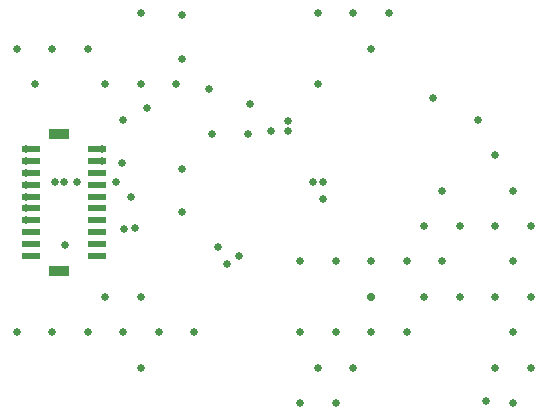
<source format=gbs>
G04*
G04 #@! TF.GenerationSoftware,Altium Limited,Altium Designer,24.4.1 (13)*
G04*
G04 Layer_Color=16711935*
%FSLAX44Y44*%
%MOMM*%
G71*
G04*
G04 #@! TF.SameCoordinates,67352877-1681-4123-B6E6-81FFD263FBCE*
G04*
G04*
G04 #@! TF.FilePolarity,Negative*
G04*
G01*
G75*
%ADD18C,0.6500*%
%ADD21R,1.8000X0.8500*%
%ADD22R,1.6000X0.6000*%
G04:AMPARAMS|DCode=24|XSize=0.65mm|YSize=0.65mm|CornerRadius=0.2mm|HoleSize=0mm|Usage=FLASHONLY|Rotation=135.000|XOffset=0mm|YOffset=0mm|HoleType=Round|Shape=RoundedRectangle|*
%AMROUNDEDRECTD24*
21,1,0.6500,0.2500,0,0,135.0*
21,1,0.2500,0.6500,0,0,135.0*
1,1,0.4000,0.0000,0.1768*
1,1,0.4000,0.1768,0.0000*
1,1,0.4000,0.0000,-0.1768*
1,1,0.4000,-0.1768,0.0000*
%
%ADD24ROUNDEDRECTD24*%
D18*
X-330000Y280000D02*
D03*
X-35002Y59998D02*
D03*
X-80002Y149998D02*
D03*
X-65002Y119998D02*
D03*
X-95002Y179998D02*
D03*
Y119998D02*
D03*
X-155002Y59998D02*
D03*
X-185002D02*
D03*
X-432000Y235000D02*
D03*
Y225000D02*
D03*
Y215000D02*
D03*
Y205000D02*
D03*
Y195000D02*
D03*
Y185000D02*
D03*
Y245000D02*
D03*
X-300000Y321500D02*
D03*
Y358500D02*
D03*
X-368000Y245000D02*
D03*
Y235000D02*
D03*
X-355750Y217250D02*
D03*
X-351000Y233500D02*
D03*
X-343617Y204617D02*
D03*
X-349617Y177500D02*
D03*
X-340000Y178000D02*
D03*
X-210250Y269250D02*
D03*
X-277250Y295750D02*
D03*
X-87879Y288132D02*
D03*
X-42750Y31750D02*
D03*
X-224750Y260750D02*
D03*
X-210250D02*
D03*
X-189250Y217250D02*
D03*
X-180750D02*
D03*
Y202750D02*
D03*
X-270000Y162000D02*
D03*
X-252000Y155000D02*
D03*
X-262500Y148000D02*
D03*
X-389000Y217000D02*
D03*
X-400000D02*
D03*
X-408000D02*
D03*
X-300000Y191500D02*
D03*
X-300250Y228250D02*
D03*
X-440002Y89998D02*
D03*
X-425002Y299998D02*
D03*
X-440002Y329998D02*
D03*
X-410002Y89998D02*
D03*
Y329998D02*
D03*
X-380002Y89998D02*
D03*
X-365002Y119998D02*
D03*
X-244000Y258000D02*
D03*
X-243000Y283000D02*
D03*
X-399000Y164000D02*
D03*
X-365002Y299998D02*
D03*
X-380002Y329998D02*
D03*
X-335002Y59998D02*
D03*
X-350002Y89998D02*
D03*
X-335002Y119998D02*
D03*
X-350002Y269998D02*
D03*
X-335002Y299998D02*
D03*
Y359998D02*
D03*
X-320002Y89998D02*
D03*
X-305002Y299998D02*
D03*
X-290002Y89998D02*
D03*
X-200002Y29998D02*
D03*
Y89998D02*
D03*
Y149998D02*
D03*
X-185002Y299998D02*
D03*
Y359998D02*
D03*
X-170002Y29998D02*
D03*
Y89998D02*
D03*
Y149998D02*
D03*
X-155002Y359998D02*
D03*
X-140002Y89998D02*
D03*
Y149998D02*
D03*
Y329998D02*
D03*
X-125002Y359998D02*
D03*
X-110002Y89998D02*
D03*
Y149998D02*
D03*
X-65002Y179998D02*
D03*
X-80002Y209998D02*
D03*
X-35002Y119998D02*
D03*
Y179998D02*
D03*
Y239998D02*
D03*
X-50002Y269998D02*
D03*
X-20002Y29998D02*
D03*
X-5002Y59998D02*
D03*
X-20002Y89998D02*
D03*
X-5002Y119998D02*
D03*
X-20002Y149998D02*
D03*
X-5002Y179998D02*
D03*
X-20002Y209998D02*
D03*
X-275000Y258000D02*
D03*
D21*
X-404000Y141750D02*
D03*
Y258250D02*
D03*
D22*
X-428000Y155000D02*
D03*
Y165000D02*
D03*
Y175000D02*
D03*
Y185000D02*
D03*
Y195000D02*
D03*
Y205000D02*
D03*
Y215000D02*
D03*
Y225000D02*
D03*
Y235000D02*
D03*
Y245000D02*
D03*
X-372000Y155000D02*
D03*
Y165000D02*
D03*
Y175000D02*
D03*
Y185000D02*
D03*
Y195000D02*
D03*
Y205000D02*
D03*
Y215000D02*
D03*
Y225000D02*
D03*
Y235000D02*
D03*
Y245000D02*
D03*
D24*
X-140000Y120000D02*
D03*
M02*

</source>
